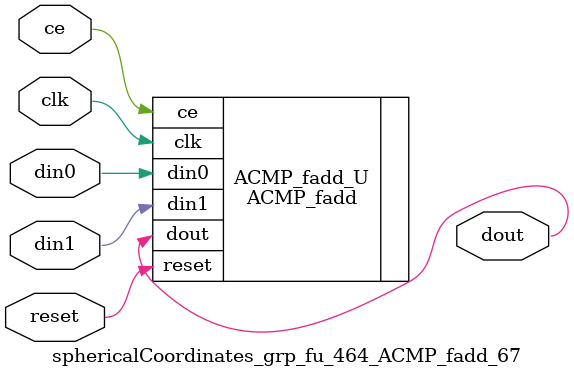
<source format=v>

`timescale 1 ns / 1 ps
module sphericalCoordinates_grp_fu_464_ACMP_fadd_67(
    clk,
    reset,
    ce,
    din0,
    din1,
    dout);

parameter ID = 32'd1;
parameter NUM_STAGE = 32'd1;
parameter din0_WIDTH = 32'd1;
parameter din1_WIDTH = 32'd1;
parameter dout_WIDTH = 32'd1;
input clk;
input reset;
input ce;
input[din0_WIDTH - 1:0] din0;
input[din1_WIDTH - 1:0] din1;
output[dout_WIDTH - 1:0] dout;



ACMP_fadd #(
.ID( ID ),
.NUM_STAGE( 4 ),
.din0_WIDTH( din0_WIDTH ),
.din1_WIDTH( din1_WIDTH ),
.dout_WIDTH( dout_WIDTH ))
ACMP_fadd_U(
    .clk( clk ),
    .reset( reset ),
    .ce( ce ),
    .din0( din0 ),
    .din1( din1 ),
    .dout( dout ));

endmodule

</source>
